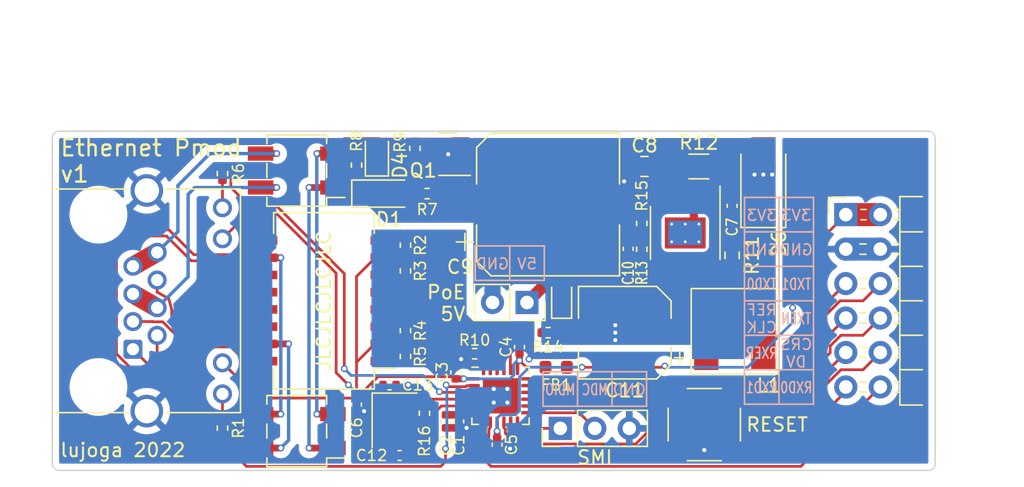
<source format=kicad_pcb>
(kicad_pcb (version 20211014) (generator pcbnew)

  (general
    (thickness 1.6)
  )

  (paper "A4")
  (layers
    (0 "F.Cu" signal)
    (31 "B.Cu" signal)
    (32 "B.Adhes" user "B.Adhesive")
    (33 "F.Adhes" user "F.Adhesive")
    (34 "B.Paste" user)
    (35 "F.Paste" user)
    (36 "B.SilkS" user "B.Silkscreen")
    (37 "F.SilkS" user "F.Silkscreen")
    (38 "B.Mask" user)
    (39 "F.Mask" user)
    (40 "Dwgs.User" user "User.Drawings")
    (41 "Cmts.User" user "User.Comments")
    (42 "Eco1.User" user "User.Eco1")
    (43 "Eco2.User" user "User.Eco2")
    (44 "Edge.Cuts" user)
    (45 "Margin" user)
    (46 "B.CrtYd" user "B.Courtyard")
    (47 "F.CrtYd" user "F.Courtyard")
    (48 "B.Fab" user)
    (49 "F.Fab" user)
    (50 "User.1" user)
    (51 "User.2" user)
    (52 "User.3" user)
    (53 "User.4" user)
    (54 "User.5" user)
    (55 "User.6" user)
    (56 "User.7" user)
    (57 "User.8" user)
    (58 "User.9" user)
  )

  (setup
    (stackup
      (layer "F.SilkS" (type "Top Silk Screen") (color "White"))
      (layer "F.Paste" (type "Top Solder Paste"))
      (layer "F.Mask" (type "Top Solder Mask") (color "Black") (thickness 0.01))
      (layer "F.Cu" (type "copper") (thickness 0.035))
      (layer "dielectric 1" (type "core") (thickness 1.51) (material "FR4") (epsilon_r 4.5) (loss_tangent 0.02))
      (layer "B.Cu" (type "copper") (thickness 0.035))
      (layer "B.Mask" (type "Bottom Solder Mask") (color "Black") (thickness 0.01))
      (layer "B.Paste" (type "Bottom Solder Paste"))
      (layer "B.SilkS" (type "Bottom Silk Screen") (color "White"))
      (copper_finish "HAL lead-free")
      (dielectric_constraints no)
    )
    (pad_to_mask_clearance 0)
    (pcbplotparams
      (layerselection 0x00010fc_ffffffff)
      (disableapertmacros false)
      (usegerberextensions false)
      (usegerberattributes true)
      (usegerberadvancedattributes true)
      (creategerberjobfile true)
      (svguseinch false)
      (svgprecision 6)
      (excludeedgelayer true)
      (plotframeref false)
      (viasonmask false)
      (mode 1)
      (useauxorigin false)
      (hpglpennumber 1)
      (hpglpenspeed 20)
      (hpglpendiameter 15.000000)
      (dxfpolygonmode true)
      (dxfimperialunits true)
      (dxfusepcbnewfont true)
      (psnegative false)
      (psa4output false)
      (plotreference true)
      (plotvalue true)
      (plotinvisibletext false)
      (sketchpadsonfab false)
      (subtractmaskfromsilk false)
      (outputformat 1)
      (mirror false)
      (drillshape 1)
      (scaleselection 1)
      (outputdirectory "")
    )
  )

  (net 0 "")
  (net 1 "+1V2")
  (net 2 "GND")
  (net 3 "VDDA")
  (net 4 "+3V3")
  (net 5 "Net-(C7-Pad1)")
  (net 6 "Net-(C7-Pad2)")
  (net 7 "VDC")
  (net 8 "GND1")
  (net 9 "+5V")
  (net 10 "Net-(C10-Pad2)")
  (net 11 "Net-(D1-Pad2)")
  (net 12 "/DC+A")
  (net 13 "Net-(D2-Pad3)")
  (net 14 "/DC-A")
  (net 15 "/DC+B")
  (net 16 "/DC-B")
  (net 17 "Net-(D4-Pad1)")
  (net 18 "Net-(D5-Pad1)")
  (net 19 "/LED2")
  (net 20 "/LED1")
  (net 21 "/RXD1")
  (net 22 "/RXER")
  (net 23 "/REFCLK")
  (net 24 "/TXD0")
  (net 25 "/RXD0")
  (net 26 "/CRS_DV")
  (net 27 "/TXEN")
  (net 28 "/TXD1")
  (net 29 "/MDIO")
  (net 30 "/MDC")
  (net 31 "/TXN")
  (net 32 "/TXP")
  (net 33 "/RXN")
  (net 34 "/RXP")
  (net 35 "Net-(R10-Pad1)")
  (net 36 "Net-(R11-Pad1)")
  (net 37 "Net-(R12-Pad2)")
  (net 38 "Net-(SW1-Pad2)")
  (net 39 "Net-(C12-Pad1)")
  (net 40 "Net-(C13-Pad1)")
  (net 41 "unconnected-(U2-Pad6)")
  (net 42 "unconnected-(U2-Pad7)")
  (net 43 "Net-(R16-Pad2)")
  (net 44 "/RX-")
  (net 45 "/RX+")
  (net 46 "/TX-")
  (net 47 "/TX+")
  (net 48 "Net-(J1-Pad9)")
  (net 49 "Net-(J1-Pad12)")

  (footprint "Capacitor_SMD:C_0402_1005Metric" (layer "F.Cu") (at 142.33 106.2))

  (footprint "Capacitor_SMD:C_0402_1005Metric" (layer "F.Cu") (at 159.9 96.17 90))

  (footprint "Resistor_SMD:R_0603_1608Metric" (layer "F.Cu") (at 167.55 96.65 90))

  (footprint "Resistor_SMD:R_0402_1005Metric" (layer "F.Cu") (at 143.5 104.1 -90))

  (footprint "Connector_PinHeader_2.54mm:PinHeader_1x03_P2.54mm_Vertical" (layer "F.Cu") (at 154.9 109.4 90))

  (footprint "Capacitor_SMD:C_0402_1005Metric" (layer "F.Cu") (at 143.07 111.4 180))

  (footprint "Package_TO_SOT_SMD:SOT-23" (layer "F.Cu") (at 146.6 89.2 180))

  (footprint "Capacitor_SMD:CP_Elec_10x10" (layer "F.Cu") (at 154 92.9))

  (footprint "Connector_PinSocket_2.54mm:PinSocket_1x02_P2.54mm_Vertical" (layer "F.Cu") (at 152.45 100.125 -90))

  (footprint "Capacitor_SMD:C_0402_1005Metric" (layer "F.Cu") (at 147.2 105.27 90))

  (footprint "Capacitor_SMD:CP_Elec_6.3x7.7" (layer "F.Cu") (at 159.65 102.35 180))

  (footprint "Resistor_SMD:R_0402_1005Metric" (layer "F.Cu") (at 148.595 103.9 180))

  (footprint "Diode_SMD:D_SMA" (layer "F.Cu") (at 169.85 91.2 90))

  (footprint "Inductor_SMD:L_0603_1608Metric" (layer "F.Cu") (at 154.6 104.9 180))

  (footprint "Resistor_SMD:R_0402_1005Metric" (layer "F.Cu") (at 130.03 90.62 -90))

  (footprint "Resistor_SMD:R_0402_1005Metric" (layer "F.Cu") (at 143.5 102.2 90))

  (footprint "Capacitor_SMD:C_0402_1005Metric" (layer "F.Cu") (at 139.9 107.65 -90))

  (footprint "Connector_PinHeader_2.54mm:PinHeader_2x06_P2.54mm_Horizontal" (layer "F.Cu") (at 175.92 93.65))

  (footprint "Resistor_SMD:R_0402_1005Metric" (layer "F.Cu") (at 143.5 95.9 90))

  (footprint "LED_SMD:LED_0603_1608Metric" (layer "F.Cu") (at 155 99.8 90))

  (footprint "ethernet-pmod:Diode_Bridge_Diodes_MBF" (layer "F.Cu") (at 135.5 109.6 180))

  (footprint "Resistor_SMD:R_0402_1005Metric" (layer "F.Cu") (at 144.9 108.29 90))

  (footprint "ethernet-pmod:L_Cenker_CKCS60xx" (layer "F.Cu") (at 167.75 102.25 180))

  (footprint "Capacitor_SMD:C_0402_1005Metric" (layer "F.Cu") (at 151.9 103.4 90))

  (footprint "ethernet-pmod:Transformer_Ethernet_HanRun_HY601742" (layer "F.Cu") (at 137.5 100 90))

  (footprint "Resistor_SMD:R_0402_1005Metric" (layer "F.Cu") (at 130.03 109.38 90))

  (footprint "Capacitor_SMD:C_0402_1005Metric" (layer "F.Cu") (at 167.55 93.005 90))

  (footprint "Resistor_SMD:R_0402_1005Metric" (layer "F.Cu") (at 160.9 94.3 90))

  (footprint "Resistor_SMD:R_1206_3216Metric" (layer "F.Cu") (at 165.1 90.1))

  (footprint "Capacitor_SMD:C_0402_1005Metric" (layer "F.Cu") (at 147.43 108.885 -90))

  (footprint "ethernet-pmod:SW_Push_SPST_NO_XKB_TS-1187A-X-X-X" (layer "F.Cu") (at 165.5 109.125 180))

  (footprint "Resistor_SMD:R_0402_1005Metric" (layer "F.Cu") (at 139.9 90 90))

  (footprint "Capacitor_SMD:C_0402_1005Metric" (layer "F.Cu") (at 150.25 110.61 -90))

  (footprint "Diode_SMD:D_SOD-123" (layer "F.Cu") (at 141.8 92.1))

  (footprint "Package_SO:SOIC-8-1EP_3.9x4.9mm_P1.27mm_EP2.29x3mm_ThermalVias" (layer "F.Cu") (at 164.1 95 -90))

  (footprint "Package_DFN_QFN:QFN-24-1EP_4x4mm_P0.5mm_EP2.6x2.6mm" (layer "F.Cu") (at 150.5 107))

  (footprint "Resistor_SMD:R_0402_1005Metric" (layer "F.Cu") (at 144.2 88.76 90))

  (footprint "Diode_SMD:D_SOD-323" (layer "F.Cu") (at 141.4 89.3 90))

  (footprint "ethernet-pmod:RJ45_Ckmtw_R-RJ45R08P-C000" (layer "F.Cu") (at 123.44 103.57 180))

  (footprint "Resistor_SMD:R_0402_1005Metric" (layer "F.Cu") (at 160.9 96.2 90))

  (footprint "ethernet-pmod:Diode_Bridge_Diodes_MBF" (layer "F.Cu") (at 135.5 90.4 180))

  (footprint "Resistor_SMD:R_0402_1005Metric" (layer "F.Cu") (at 145.1 92.1))

  (footprint "Capacitor_SMD:C_0402_1005Metric" (layer "F.Cu") (at 146.48 108.885 -90))

  (footprint "Resistor_SMD:R_0402_1005Metric" (layer "F.Cu") (at 154 102.35))

  (footprint "Capacitor_SMD:C_0805_2012Metric" (layer "F.Cu") (at 161.1 90.1 180))

  (footprint "Crystal:Crystal_SMD_3225-4Pin_3.2x2.5mm" (layer "F.Cu") (at 142.7 108.8 -90))

  (footprint "Resistor_SMD:R_0402_1005Metric" (layer "F.Cu") (at 143.5 97.8 -90))

  (gr_line (start 161.25 107.77) (end 161.25 105.23) (layer "B.SilkS") (width 0.12) (tstamp 02cbca8a-25eb-4954-bfd2-934c73879f25))
  (gr_line (start 153.63 105.23) (end 153.63 107.77) (layer "B.SilkS") (width 0.12) (tstamp 16461d99-3dc2-4a22-b461-4db9958bd41b))
  (gr_line (start 153.72 95.955) (end 148.64 95.955) (layer "B.SilkS") (width 0.12) (tstamp 223b7e38-6fd8-42eb-897e-9c0b68c26e1e))
  (gr_line (start 161.25 105.23) (end 153.63 105.23) (layer "B.SilkS") (width 0.12) (tstamp 3740ef6b-74a0-4201-8f3b-63ff32c59fab))
  (gr_line (start 168.46 92.38) (end 173.54 92.38) (layer "B.SilkS") (width 0.12) (tstamp 3aea9534-cc2f-4945-b573-d9177f31f426))
  (gr_line (start 148.64 95.955) (end 148.64 98.495) (layer "B.SilkS") (width 0.12) (tstamp 4275afbc-61dc-4c58-a01d-67948625a07d))
  (gr_line (start 151.18 95.955) (end 151.18 98.495) (layer "B.SilkS") (width 0.12) (tstamp 4b0b2d3a-6a2e-4242-82ec-a182b09f165a))
  (gr_line (start 168.46 107.62) (end 168.46 92.38) (layer "B.SilkS") (width 0.12) (tstamp 5416b10c-eb2c-45d0-956a-d3dfb899d3da))
  (gr_line (start 173.54 92.38) (end 173.54 107.62) (layer "B.SilkS") (width 0.12) (tstamp 566766d6-c281-4d47-b628-a2a6b0950eb1))
  (gr_line (start 168.46 102.54) (end 173.54 102.54) (layer "B.SilkS") (width 0.12) (tstamp 5d71c761-ebf7-4fb1-b44b-0b32e19857a1))
  (gr_line (start 153.63 107.77) (end 161.25 107.77) (layer "B.SilkS") (width 0.12) (tstamp 85d005f5-9f35-4f2c-97fd-0951d2fd8dd5))
  (gr_line (start 148.64 98.495) (end 153.72 98.495) (layer "B.SilkS") (width 0.12) (tstamp 875abf8e-f098-4e81-b262-3915563cb186))
  (gr_line (start 171 92.38) (end 171 107.62) (layer "B.SilkS") (width 0.12) (tstamp 8c5cc9c8-c609-486f-af77-fbd6f61a3382))
  (gr_line (start 156.17 105.23) (end 156.17 107.77) (layer "B.SilkS") (width 0.12) (tstamp 9af0b00d-6b54-4a4e-a7ea-2aabb8959c79))
  (gr_line (start 168.46 97.46) (end 173.54 97.46) (layer "B.SilkS") (width 0.12) (tstamp b18247e0-b929-4a1d-8ccb-67c9d7de033b))
  (gr_line (start 168.46 105.08) (end 173.54 105.08) (layer "B.SilkS") (width 0.12) (tstamp b325b969-6c66-4369-b163-732894b02715))
  (gr_line (start 173.54 107.62) (end 168.46 107.62) (layer "B.SilkS") (width 0.12) (tstamp d75828e4-f3a0-4c8c-9355-05078bdb6bb8))
  (gr_line (start 153.72 98.495) (end 153.72 95.955) (layer "B.SilkS") (width 0.12) (tstamp e04538aa-0c84-4716-b0e6-4fe506df9c5f))
  (gr_line (start 168.46 94.92) (end 173.54 94.92) (layer "B.SilkS") (width 0.12) (tstamp e350db45-56aa-48ad-ad0e-72de6675c6d9))
  (gr_line (start 168.46 100) (end 173.54 100) (layer "B.SilkS") (width 0.12) (tstamp f7a44913-5a4f-405a-87aa-4fff3ff0c737))
  (gr_line (start 158.71 107.77) (end 158.71 105.23) (layer "B.SilkS") (width 0.12) (tstamp fc7480f4-a850-43ea-82fb-ce00089ea126))
  (gr_arc (start 118 112.5) (mid 117.646447 112.353553) (end 117.5 112) (layer "Edge.Cuts") (width 0.1) (tstamp 1b27b212-f6be-4361-93af-1345adfd78d1))
  (gr_line (start 118 112.5) (end 182 112.5) (layer "Edge.Cuts") (width 0.1) (tstamp 1bbd6a17-a3a4-4d64-91fb-960dc8c86e3e))
  (gr_line (start 182 87.5) (end 118 87.5) (layer "Edge.Cuts") (width 0.1) (tstamp 32c682dc-0d51-48d4-ad7a-67bb52e887c8))
  (gr_arc (start 182 87.5) (mid 182.353553 87.646447) (end 182.5 88) (layer "Edge.Cuts") (width 0.1) (tstamp 3739c676-d3f3-463a-8136-ee33186e8883))
  (gr_arc (start 182.5 112) (mid 182.353553 112.353553) (end 182 112.5) (layer "Edge.Cuts") (width 0.1) (tstamp 38f7f5bc-f429-4925-96e0-70c773485a6f))
  (gr_line (start 182.5 112) (end 182.5 88) (layer "Edge.Cuts") (width 0.1) (tstamp b0dd6ee3-0ec1-4fe6-a3ac-dff8fc4acf34))
  (gr_arc (start 117.5 88) (mid 117.646447 87.646447) (end 118 87.5) (layer "Edge.Cuts") (width 0.1) (tstamp bd0f7918-d1af-4a58-8a81-84ecff580770))
  (gr_line (start 117.5 88) (end 117.5 112) (layer "Edge.Cuts") (width 0.1) (tstamp ef6d9a30-d751-4692-98e4-c6aaec6df432))
  (gr_text "5V" (at 152.45 97.275) (layer "B.SilkS") (tstamp 148c1aae-e980-4fa1-87d5-b76373e1365b)
    (effects (font (size 0.8 0.8) (thickness 0.12)) (justify mirror))
  )
  (gr_text "MDC" (at 157.44 106.55) (layer "B.SilkS") (tstamp 2bb7a324-726f-4f3f-96e5-1b3dcccc86ac)
    (effects (font (size 0.8 0.6) (thickness 0.12)) (justify mirror))
  )
  (gr_text "RXD0" (at 172.27 106.4) (layer "B.SilkS") (tstamp 2f9b2116-f96c-4347-8e7e-fc202ad6c6b0)
    (effects (font (size 0.8 0.6) (thickness 0.12)) (justify mirror))
  )
  (gr_text "TXD1" (at 172.27 98.78) (layer "B.SilkS") (tstamp 36283506-7508-49a3-b80a-07d031b9f975)
    (effects (font (size 0.8 0.6) (thickness 0.12)) (justify mirror))
  )
  (gr_text "TXEN" (at 172.27 101.32) (layer "B.SilkS") (tstamp 38c558b2-97ee-4e00-aa11-9c2d34737f03)
    (effects (font (size 0.8 0.6) (thickness 0.12)) (justify mirror))
  )
  (gr_text "GND" (at 159.98 106.55) (layer "B.SilkS") (tstamp 4cefb038-7c6a-4739-8334-eb7f5ec1a568)
    (effects (font (size 0.8 0.8) (thickness 0.12)) (justify mirror))
  )
  (gr_text "RXD1" (at 169.73 106.4) (layer "B.SilkS") (tstamp 5697f8b1-0dbd-4b79-ba47-109f04a36602)
    (effects (font (size 0.8 0.6) (thickness 0.12)) (justify mirror))
  )
  (gr_text "GND" (at 169.73 96.24) (layer "B.SilkS") (tstamp 653ed619-32da-4aa5-9ef5-2aa046a30181)
    (effects (font (size 0.8 0.8) (thickness 0.12)) (justify mirror))
  )
  (gr_text "3V3" (at 169.73 93.7) (layer "B.SilkS") (tstamp 7f9a56a5-cc85-4574-bd30-3379858d8272)
    (effects (font (size 0.8 0.8) (thickness 0.12)) (justify mirror))
  )
  (gr_text "RXER" (at 169.73 103.86) (layer "B.SilkS") (tstamp ae66ff4f-6253-4474-84c7-b89d108a0d91)
    (effects (font (size 0.8 0.6) (thickness 0.12)) (justify mirror))
  )
  (gr_text "GND" (at 149.91 97.275) (layer "B.SilkS") (tstamp be8447ca-b858-4754-b51f-f1f40b05bc70)
    (effects (font (size 0.8 0.8) (thickness 0.12)) (justify mirror))
  )
  (gr_text "MDIO" (at 154.9 106.55) (layer "B.SilkS") (tstamp c09205b2-e076-41c6-8387-abf158ef5040)
    (effects (font (size 0.8 0.6) (thickness 0.12)) (justify mirror))
  )
  (gr_text "GND" (at 172.27 96.24) (layer "B.SilkS") (tstamp c6ccf901-539f-4993-b275-11e1c7900267)
    (effects (font (size 0.8 0.8) (thickness 0.12)) (justify mirror))
  )
  (gr_text "CRS\nDV" (at 172.27 103.86) (layer "B.SilkS") (tstamp c8b87722-216d-453d-9a0c-2e84b0f86e79)
    (effects (font (size 0.8 0.8) (thickness 0.12)) (justify mirror))
  )
  (gr_text "TXD0" (at 169.73 98.78) (layer "B.SilkS") (tstamp cfedb1f9-ba27-4bf0-8020-3bed29272a2a)
    (effects (font (size 0.8 0.6) (thickness 0.12)) (justify mirror))
  )
  (gr_text "3V3" (at 172.27 93.7) (layer "B.SilkS") (tstamp d31dc179-119d-4b95-bcae-366d05cde851)
    (effects (font (size 0.8 0.8) (thickness 0.12)) (justify mirror))
  )
  (gr_text "REF\nCLK" (at 169.73 101.32) (layer "B.SilkS") (tstamp fb84c85b-5955-41c2-92b1-a4263ae84cd3)
    (effects (font (size 0.8 0.8) (thickness 0.12)) (justify mirror))
  )
  (gr_text "Ethernet Pmod\nv1" (at 118 89.7) (layer "F.SilkS") (tstamp 26f739ef-9b16-4e32-b3a8-47bf49a8fc19)
    (effects (font (size 1.2 1.2) (thickness 0.18)) (justify left))
  )
  (gr_text "lujoga 2022" (at 118 111) (layer "F.SilkS") (tstamp 4d0b6203-bce9-455d-a850-93c4d816b539)
    (effects (font (size 1 1) (thickness 0.15)) (justify left))
  )
  (gr_text "RESET" (at 168.5 109.125) (layer "F.SilkS") (tstamp 828093b0-ddd2-4186-b4e2-a2eea7f89217)
    (effects (font (size 1 1) (thickness 0.15)) (justify left))
  )
  (gr_text "PoE\n5V" (at 148 100.175) (layer "F.SilkS") (tstamp 860d1c25-07b0-41e0-b637-224a833ac2e8)
    (effects (font (size 1 1) (thickness 0.15)) (justify right))
  )
  (gr_text "JLCJLCJLCJLC" (at 137.5 100 90) (layer "F.SilkS") (tstamp 99e86908-ec7f-4cc6-a39a-a78be558ca0a)
    (effects (font (size 1 1) (thickness 0.15)))
  )
  (gr_text "SMI" (at 157.44 111.55) (layer "F.SilkS") (tstamp c0834801-ae31-4120-8fe4-99c5f4a96bbf)
    (effects (font (size 1 1) (thickness 0.15)))
  )

  (segment (start 148.5625 108.25) (end 147.585 108.25) (width 0.25) (layer "F.Cu") (net 1) (tstamp 3e80706d-c6f4-433e-8c6d-982d91fdb1c8))
  (segment (start 147.585 108.25) (end 147.43 108.405) (width 0.2) (layer "F.Cu") (net 1) (tstamp a283d39f-18ac-4144-9a42-92362a186988))
  (segment (start 146.48 108.405) (end 147.43 108.405) (width 0.56) (layer "F.Cu") (net 1) (tstamp dd5f3127-fc4a-4902-854d-ce706717059f))
  (segment (start 130.03 95.43) (end 132.06 93.4) (width 0.2) (layer "F.Cu") (net 2) (tstamp 0257fa17-2d1e-42d6-b3e1-786a3a864805))
  (segment (start 152.6 103.62) (end 152.6 104.3) (width 0.2) (layer "F.Cu") (net 2) (tstamp 10f607a4-6565-4f9d-828c-594a3c628599))
  (segment (start 147.43 109.365) (end 148 109.365) (width 0.5) (layer "F.Cu") (net 2) (tstamp 287ac16b-5b6d-4454-a3ce-51d32651389e))
  (segment (start 141.85 109.9) (end 141.85 110.66) (width 0.2) (layer "F.Cu") (net 2) (tstamp 28942f2b-d9e3-4c52-87eb-09e7c663945b))
  (segment (start 143.55 106.94) (end 142.81 106.2) (width 0.2) (layer "F.Cu") (net 2) (tstamp 2f6ead31-9746-4526-8077-db5689921c68))
  (segment (start 140.46 108.13) (end 140.46 110.26) (width 0.2) (layer "F.Cu") (net 2) (tstamp 43dd5961-4f23-4b41-b38c-f9ccdef60f86))
  (segment (start 138.4 97.965686) (end 138.4 105.3) (width 0.2) (layer "F.Cu") (net 2) (tstamp 4583d555-e7eb-4a16-9208-11cbf49f0ff9))
  (segment (start 141.85 110.66) (end 142.59 111.4) (width 0.2) (layer "F.Cu") (net 2) (tstamp 481e057d-4b95-44b7-b993-948483742d60))
  (segment (start 150.25 111.09) (end 151.01 111.09) (width 0.2) (layer "F.Cu") (net 2) (tstamp 4bbd492c-ba37-4b56-b4b9-e94f21477695))
  (segment (start 151.9 102.92) (end 152.6 103.62) (width 0.2) (layer "F.Cu") (net 2) (tstamp 4f8f6504-c4e8-4f74-bd17-7c9f38a89e6d))
  (segment (start 165.5 111) (end 168.5 111) (width 0.2) (layer "F.Cu") (net 2) (tstamp 530349b6-b4a3-4e20-ac09-dc9e88e059cb))
  (segment (start 139.9 108.13) (end 140.46 108.13) (width 0.5) (layer "F.Cu") (net 2) (tstamp 5d90edda-2ff1-43c2-9acc-be3e981434d3))
  (segment (start 140.46 110.26) (end 141.6 111.4) (width 0.2) (layer "F.Cu") (net 2) (tstamp 663a6b8f-359d-4686-bc2e-040864544f7b))
  (segment (start 133.834314 93.4) (end 138.4 97.965686) (width 0.2) (layer "F.Cu") (net 2) (tstamp 669a9b97-b69c-499b-a464-8e255bd1f7dc))
  (segment (start 142.81 106.2) (end 143.7 106.2) (width 0.2) (layer "F.Cu") (net 2) (tstamp 7a24eac3-70b2-40b0-beb7-cd58f566b7b6))
  (segment (start 148.085 103.9) (end 148 103.9) (width 0.2) (layer "F.Cu") (net 2) (tstamp 84cea9be-8c74-454a-967f-5fc23d956ef6))
  (segment (start 147.2 104.79) (end 147.2 104.7) (width 0.2) (layer "F.Cu") (net 2) (tstamp 8741755f-0750-4e46-af45-65b4fc49f2e0))
  (segment (start 162.5 111) (end 165.5 111) (width 0.2) (layer "F.Cu") (net 2) (tstamp 95ec16c5-d805-424e-9c2c-914311955ff9))
  (segment (start 147.2 104.7) (end 147.6 104.3) (width 0.2) (layer "F.Cu") (net 2) (tstamp a5e58745-fe73-4566-a34d-cc37409445e8))
  (segment (start 132.06 93.4) (end 133.834314 93.4) (width 0.2) (layer "F.Cu") (net 2) (tstamp ac68e3b7-ca4b-4c10-88fe-7c10c266651c))
  (segment (start 141.6 111.4) (end 142.59 111.4) (width 0.2) (layer "F.Cu") (net 2) (tstamp af36d0ab-0da9-48d9-a51c-d40b69b9d9f9))
  (segment (start 148 103.9) (end 147.6 104.3) (width 0.2) (layer "F.Cu") (net 2) (tstamp b7a7a1de-6976-48ba-ad43-32488427143a))
  (segment (start 151.01 111.09) (end 151.2 110.9) (width 0.2) (layer "F.Cu") (net 2) (tstamp dcf6fed0-f763-47f1-ab3e-c86b494bee31))
  (segment (start 138.4 105.3) (end 139.3 106.2) (width 0.2) (layer "F.Cu") (net 2) (tstamp e8444c10-d001-49d7-b1f9-8f41d4cef0b8))
  (segment (start 143.55 107.7) (end 143.55 106.94) (width 0.2) (layer "F.Cu") (net 2) (tstamp f978c38e-371c-4e7c-bd85-ac630bc4ea4e))
  (segment (start 146.48 109.365) (end 147.43 109.365) (width 0.56) (layer "F.Cu") (net 2) (tstamp fe977e65-2904-416c-86cf-b60d84b3e196))
  (via (at 140.46 108.13) (size 0.5) (drill 0.3) (layers "F.Cu" "B.Cu") (net 2) (tstamp 0ea11515-b8a7-4900-a85b-fc084bae88a7))
  (via (at 151 106.5) (size 0.5) (drill 0.3) (layers "F.Cu" "B.Cu") (net 2) (tstamp 141187c8-acb9-48ee-8c39-75b68e6dbefd))
  (via (at 152.6 104.3) (size 0.5) (drill 0.3) (layers "F.Cu" "B.Cu") (net 2) (tstamp 1fc6e023-708c-49c1-aec2-4573625b365c))
  (via (at 148 109.365) (size 0.5) (drill 0.3) (layers "F.Cu" "B.Cu") (net 2) (tstamp 418b3c58-f04d-449b-8619-d84d200cafe2))
  (via (at 151.2 110.9) (size 0.5) (drill 0.3) (layers "F.Cu" "B.Cu") (net 2) (tstamp 502e624f-310d-4782-8e18-4c079c90f211))
  (via (at 150 107.5) (size 0.5) (drill 0.3) (layers "F.Cu" "B.Cu") (net 2) (tstamp 56ea6aa9-dc9e-493d-9df5-9a16e566104d))
  (via (at 139.3 106.2) (size 0.5) (drill 0.3) (layers "F.Cu" "B.Cu") (net 2) (tstamp 77bd17c4-39c7-4c56-9b97-7f177c5c4cd6))
  (via (at 150 106.5) (size 0.5) (drill 0.3) (layers "F.Cu" "B.Cu") (net 2) (tstamp 98c707fb-10f6-4902-bb35-9c83e8478fa3))
  (via (at 165.5 111) (size 0.5) (drill 0.3) (layers "F.Cu" "B.Cu") (net 2) (tstamp a104581f-f547-44e6-831a-428fcf307e3b))
  (via (at 147.6 104.3) (size 0.5) (drill 0.3) (layers "F.Cu" "B.Cu") (net 2) (tstamp ada0a173-3850-4033-b924-952aac4ac100))
  (via (at 151 107.5) (size 0.5) (drill 0.3) (layers "F.Cu" "B.Cu") (net 2) (tstamp c2bc572c-0291-4be2-addd-82566985b7f9))
  (via (at 143.7 106.2) (size 0.5) (drill 0.3) (layers "F.Cu" "B.Cu") (net 2) (tstamp feaac4c8-c1e8-4f7c-b36a-ed6f3547affe))
  (segment (start 140.46 107.36) (end 140.46 108.13) (width 0.2) (layer "B.Cu") (net 2) (tstamp 369baf4e-7dcf-4d93-9460-4ae76072e34d))
  (segment (start 178.46 96.19) (end 175.92 96.19) (width 1.7) (layer "B.Cu") (net 2) (tstamp b6df3ba1-8be2-40a2-bc38-5dbd43f6415d))
  (segment (start 139.3 106.2) (end 140.46 107.36) (width 0.2) (layer "B.Cu") (net 2) (tstamp fa5aeada-de67-4e55-a84f-514569e7024c))
  (segment (start 141.8815 96.825) (end 143.5 96.825) (width 0.635) (layer "F.Cu") (net 3) (tstamp 0a2e5559-c07d-49e8-b857-517a71a052da))
  (segment (start 141.2465 103.175) (end 141.8815 103.175) (width 0.2) (layer "F.Cu") (net 3) (tstamp 2b0a7048-5ace-4e18-81ec-c81809990472))
  (segment (start 139.9 104.5215) (end 141.2465 103.175) (width 0.2) (layer "F.Cu") (net 3) (tstamp 3034a184-5370-4e20-9076-bbda36b
... [158520 chars truncated]
</source>
